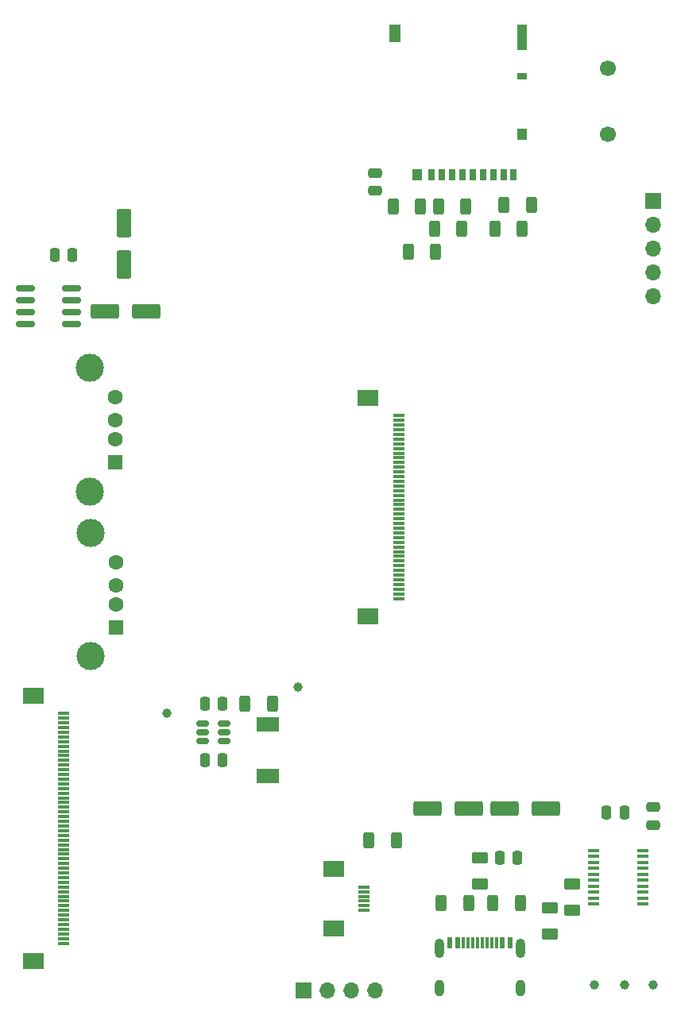
<source format=gbr>
%TF.GenerationSoftware,KiCad,Pcbnew,7.0.1*%
%TF.CreationDate,2023-08-09T19:54:46+10:00*%
%TF.ProjectId,STM32MP151_Dev_Board,53544d33-324d-4503-9135-315f4465765f,rev?*%
%TF.SameCoordinates,Original*%
%TF.FileFunction,Soldermask,Top*%
%TF.FilePolarity,Negative*%
%FSLAX46Y46*%
G04 Gerber Fmt 4.6, Leading zero omitted, Abs format (unit mm)*
G04 Created by KiCad (PCBNEW 7.0.1) date 2023-08-09 19:54:46*
%MOMM*%
%LPD*%
G01*
G04 APERTURE LIST*
G04 Aperture macros list*
%AMRoundRect*
0 Rectangle with rounded corners*
0 $1 Rounding radius*
0 $2 $3 $4 $5 $6 $7 $8 $9 X,Y pos of 4 corners*
0 Add a 4 corners polygon primitive as box body*
4,1,4,$2,$3,$4,$5,$6,$7,$8,$9,$2,$3,0*
0 Add four circle primitives for the rounded corners*
1,1,$1+$1,$2,$3*
1,1,$1+$1,$4,$5*
1,1,$1+$1,$6,$7*
1,1,$1+$1,$8,$9*
0 Add four rect primitives between the rounded corners*
20,1,$1+$1,$2,$3,$4,$5,0*
20,1,$1+$1,$4,$5,$6,$7,0*
20,1,$1+$1,$6,$7,$8,$9,0*
20,1,$1+$1,$8,$9,$2,$3,0*%
G04 Aperture macros list end*
%ADD10RoundRect,0.250000X-0.312500X-0.625000X0.312500X-0.625000X0.312500X0.625000X-0.312500X0.625000X0*%
%ADD11R,2.400000X1.500000*%
%ADD12RoundRect,0.250000X0.550000X-1.250000X0.550000X1.250000X-0.550000X1.250000X-0.550000X-1.250000X0*%
%ADD13RoundRect,0.250000X-0.250000X-0.475000X0.250000X-0.475000X0.250000X0.475000X-0.250000X0.475000X0*%
%ADD14RoundRect,0.250000X-1.250000X-0.550000X1.250000X-0.550000X1.250000X0.550000X-1.250000X0.550000X0*%
%ADD15RoundRect,0.250000X-0.625000X0.375000X-0.625000X-0.375000X0.625000X-0.375000X0.625000X0.375000X0*%
%ADD16R,1.300000X0.300000*%
%ADD17R,2.200000X1.800000*%
%ADD18R,0.600000X1.240000*%
%ADD19R,0.300000X1.240000*%
%ADD20O,1.000000X2.100000*%
%ADD21O,1.000000X1.800000*%
%ADD22RoundRect,0.150000X-0.825000X-0.150000X0.825000X-0.150000X0.825000X0.150000X-0.825000X0.150000X0*%
%ADD23RoundRect,0.250000X0.475000X-0.250000X0.475000X0.250000X-0.475000X0.250000X-0.475000X-0.250000X0*%
%ADD24RoundRect,0.150000X-0.512500X-0.150000X0.512500X-0.150000X0.512500X0.150000X-0.512500X0.150000X0*%
%ADD25RoundRect,0.250000X0.312500X0.625000X-0.312500X0.625000X-0.312500X-0.625000X0.312500X-0.625000X0*%
%ADD26R,0.700000X1.200000*%
%ADD27R,1.000000X1.200000*%
%ADD28R,1.000000X2.800000*%
%ADD29R,1.300000X1.900000*%
%ADD30R,1.000000X0.800000*%
%ADD31R,1.200000X0.400000*%
%ADD32C,1.000000*%
%ADD33RoundRect,0.250000X1.250000X0.550000X-1.250000X0.550000X-1.250000X-0.550000X1.250000X-0.550000X0*%
%ADD34RoundRect,0.250000X0.625000X-0.375000X0.625000X0.375000X-0.625000X0.375000X-0.625000X-0.375000X0*%
%ADD35R,1.500000X1.600000*%
%ADD36C,1.600000*%
%ADD37C,3.000000*%
%ADD38R,1.700000X1.700000*%
%ADD39O,1.700000X1.700000*%
%ADD40C,1.700000*%
G04 APERTURE END LIST*
D10*
%TO.C,R3*%
X61737500Y-35200000D03*
X64662500Y-35200000D03*
%TD*%
%TO.C,R7*%
X58537500Y-40000000D03*
X61462500Y-40000000D03*
%TD*%
D11*
%TO.C,L1*%
X43600000Y-95900000D03*
X43600000Y-90400000D03*
%TD*%
D12*
%TO.C,C2*%
X28200000Y-41400000D03*
X28200000Y-37000000D03*
%TD*%
D13*
%TO.C,C1*%
X20850000Y-40400000D03*
X22750000Y-40400000D03*
%TD*%
%TO.C,C4*%
X36850000Y-94250000D03*
X38750000Y-94250000D03*
%TD*%
D14*
%TO.C,C9*%
X60600000Y-99400000D03*
X65000000Y-99400000D03*
%TD*%
D15*
%TO.C,D2*%
X76000000Y-107400000D03*
X76000000Y-110200000D03*
%TD*%
D16*
%TO.C,J11*%
X53850000Y-107750000D03*
X53850000Y-108250000D03*
X53850000Y-108750000D03*
X53850000Y-109250000D03*
X53850000Y-109750000D03*
X53850000Y-110250000D03*
D17*
X50600000Y-105850000D03*
X50600000Y-112150000D03*
%TD*%
D18*
%TO.C,J12*%
X62980000Y-113700000D03*
X63780000Y-113700000D03*
D19*
X64930000Y-113700000D03*
X65930000Y-113700000D03*
X66430000Y-113700000D03*
X67430000Y-113700000D03*
D18*
X68580000Y-113700000D03*
X69380000Y-113700000D03*
X69380000Y-113700000D03*
X68580000Y-113700000D03*
D19*
X67930000Y-113700000D03*
X66930000Y-113700000D03*
X65430000Y-113700000D03*
X64430000Y-113700000D03*
D18*
X63780000Y-113700000D03*
X62980000Y-113700000D03*
D20*
X61860000Y-114300000D03*
D21*
X61860000Y-118500000D03*
D20*
X70500000Y-114300000D03*
D21*
X70500000Y-118500000D03*
%TD*%
D13*
%TO.C,C10*%
X68250000Y-104600000D03*
X70150000Y-104600000D03*
%TD*%
D10*
%TO.C,R4*%
X61337500Y-37600000D03*
X64262500Y-37600000D03*
%TD*%
D22*
%TO.C,U3*%
X17725000Y-43895000D03*
X17725000Y-45165000D03*
X17725000Y-46435000D03*
X17725000Y-47705000D03*
X22675000Y-47705000D03*
X22675000Y-46435000D03*
X22675000Y-45165000D03*
X22675000Y-43895000D03*
%TD*%
D23*
%TO.C,C11*%
X84600000Y-101150000D03*
X84600000Y-99250000D03*
%TD*%
D16*
%TO.C,J9*%
X57500000Y-77000000D03*
X57500000Y-76500000D03*
X57500000Y-76000000D03*
X57500000Y-75500000D03*
X57500000Y-75000000D03*
X57500000Y-74500000D03*
X57500000Y-74000000D03*
X57500000Y-73500000D03*
X57500000Y-73000000D03*
X57500000Y-72500000D03*
X57500000Y-72000000D03*
X57500000Y-71500000D03*
X57500000Y-71000000D03*
X57500000Y-70500000D03*
X57500000Y-70000000D03*
X57500000Y-69500000D03*
X57500000Y-69000000D03*
X57500000Y-68500000D03*
X57500000Y-68000000D03*
X57500000Y-67500000D03*
X57500000Y-67000000D03*
X57500000Y-66500000D03*
X57500000Y-66000000D03*
X57500000Y-65500000D03*
X57500000Y-65000000D03*
X57500000Y-64500000D03*
X57500000Y-64000000D03*
X57500000Y-63500000D03*
X57500000Y-63000000D03*
X57500000Y-62500000D03*
X57500000Y-62000000D03*
X57500000Y-61500000D03*
X57500000Y-61000000D03*
X57500000Y-60500000D03*
X57500000Y-60000000D03*
X57500000Y-59500000D03*
X57500000Y-59000000D03*
X57500000Y-58500000D03*
X57500000Y-58000000D03*
X57500000Y-57500000D03*
D17*
X54250000Y-55600000D03*
X54250000Y-78900000D03*
%TD*%
D24*
%TO.C,U6*%
X36662500Y-90300000D03*
X36662500Y-91250000D03*
X36662500Y-92200000D03*
X38937500Y-92200000D03*
X38937500Y-91250000D03*
X38937500Y-90300000D03*
%TD*%
D14*
%TO.C,C3*%
X26200000Y-46400000D03*
X30600000Y-46400000D03*
%TD*%
D25*
%TO.C,R17*%
X64962500Y-109425000D03*
X62037500Y-109425000D03*
%TD*%
D26*
%TO.C,J5*%
X61037500Y-31837500D03*
X62137500Y-31837500D03*
X63237500Y-31837500D03*
X64337500Y-31837500D03*
X65437500Y-31837500D03*
X66537500Y-31837500D03*
X67637500Y-31837500D03*
X68737500Y-31837500D03*
D27*
X70637500Y-27537500D03*
D28*
X70637500Y-17187500D03*
D29*
X57137500Y-16737500D03*
D27*
X59487500Y-31837500D03*
D30*
X70637500Y-21337500D03*
D26*
X69687500Y-31837500D03*
%TD*%
D31*
%TO.C,U2*%
X78300000Y-103865000D03*
X78300000Y-104500000D03*
X78300000Y-105135000D03*
X78300000Y-105770000D03*
X78300000Y-106405000D03*
X78300000Y-107040000D03*
X78300000Y-107675000D03*
X78300000Y-108310000D03*
X78300000Y-108945000D03*
X78300000Y-109580000D03*
X83500000Y-109580000D03*
X83500000Y-108945000D03*
X83500000Y-108310000D03*
X83500000Y-107675000D03*
X83500000Y-107040000D03*
X83500000Y-106405000D03*
X83500000Y-105770000D03*
X83500000Y-105135000D03*
X83500000Y-104500000D03*
X83500000Y-103865000D03*
%TD*%
D32*
%TO.C,TP7*%
X78400000Y-118200000D03*
%TD*%
D23*
%TO.C,C15*%
X55000000Y-33550000D03*
X55000000Y-31650000D03*
%TD*%
D33*
%TO.C,C13*%
X73200000Y-99400000D03*
X68800000Y-99400000D03*
%TD*%
D25*
%TO.C,R8*%
X71662500Y-35000000D03*
X68737500Y-35000000D03*
%TD*%
D32*
%TO.C,TP2*%
X46800000Y-86400000D03*
%TD*%
D25*
%TO.C,R15*%
X44062500Y-88200000D03*
X41137500Y-88200000D03*
%TD*%
D15*
%TO.C,D3*%
X73600000Y-110000000D03*
X73600000Y-112800000D03*
%TD*%
D34*
%TO.C,F1*%
X66200000Y-107400000D03*
X66200000Y-104600000D03*
%TD*%
D25*
%TO.C,R9*%
X57262500Y-102800000D03*
X54337500Y-102800000D03*
%TD*%
D32*
%TO.C,TP5*%
X84600000Y-118200000D03*
%TD*%
D25*
%TO.C,R5*%
X70662500Y-37600000D03*
X67737500Y-37600000D03*
%TD*%
D16*
%TO.C,J1*%
X21800000Y-113750000D03*
X21800000Y-113250000D03*
X21800000Y-112750000D03*
X21800000Y-112250000D03*
X21800000Y-111750000D03*
X21800000Y-111250000D03*
X21800000Y-110750000D03*
X21800000Y-110250000D03*
X21800000Y-109750000D03*
X21800000Y-109250000D03*
X21800000Y-108750000D03*
X21800000Y-108250000D03*
X21800000Y-107750000D03*
X21800000Y-107250000D03*
X21800000Y-106750000D03*
X21800000Y-106250000D03*
X21800000Y-105750000D03*
X21800000Y-105250000D03*
X21800000Y-104750000D03*
X21800000Y-104250000D03*
X21800000Y-103750000D03*
X21800000Y-103250000D03*
X21800000Y-102750000D03*
X21800000Y-102250000D03*
X21800000Y-101750000D03*
X21800000Y-101250000D03*
X21800000Y-100750000D03*
X21800000Y-100250000D03*
X21800000Y-99750000D03*
X21800000Y-99250000D03*
X21800000Y-98750000D03*
X21800000Y-98250000D03*
X21800000Y-97750000D03*
X21800000Y-97250000D03*
X21800000Y-96750000D03*
X21800000Y-96250000D03*
X21800000Y-95750000D03*
X21800000Y-95250000D03*
X21800000Y-94750000D03*
X21800000Y-94250000D03*
X21800000Y-93750000D03*
X21800000Y-93250000D03*
X21800000Y-92750000D03*
X21800000Y-92250000D03*
X21800000Y-91750000D03*
X21800000Y-91250000D03*
X21800000Y-90750000D03*
X21800000Y-90250000D03*
X21800000Y-89750000D03*
X21800000Y-89250000D03*
D17*
X18550000Y-87350000D03*
X18550000Y-115650000D03*
%TD*%
D13*
%TO.C,C21*%
X79650000Y-99800000D03*
X81550000Y-99800000D03*
%TD*%
D32*
%TO.C,TP1*%
X32800000Y-89200000D03*
%TD*%
D10*
%TO.C,R6*%
X56937500Y-35200000D03*
X59862500Y-35200000D03*
%TD*%
%TO.C,R16*%
X67537500Y-109425000D03*
X70462500Y-109425000D03*
%TD*%
D32*
%TO.C,TP6*%
X81600000Y-118200000D03*
%TD*%
D13*
%TO.C,C5*%
X36850000Y-88250000D03*
X38750000Y-88250000D03*
%TD*%
D35*
%TO.C,J8*%
X27310000Y-62500000D03*
D36*
X27310000Y-60000000D03*
X27310000Y-58000000D03*
X27310000Y-55500000D03*
D37*
X24600000Y-65570000D03*
X24600000Y-52430000D03*
%TD*%
D38*
%TO.C,J3*%
X84600000Y-34580000D03*
D39*
X84600000Y-37120000D03*
X84600000Y-39660000D03*
X84600000Y-42200000D03*
X84600000Y-44740000D03*
%TD*%
D35*
%TO.C,J13*%
X27360000Y-80100000D03*
D36*
X27360000Y-77600000D03*
X27360000Y-75600000D03*
X27360000Y-73100000D03*
D37*
X24650000Y-83170000D03*
X24650000Y-70030000D03*
%TD*%
D40*
%TO.C,J2*%
X79800000Y-27500000D03*
X79800000Y-20500000D03*
%TD*%
D38*
%TO.C,J4*%
X47400000Y-118800000D03*
D39*
X49940000Y-118800000D03*
X52480000Y-118800000D03*
X55020000Y-118800000D03*
%TD*%
M02*

</source>
